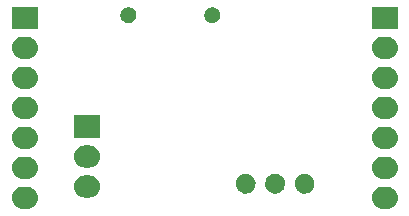
<source format=gbs>
%TF.GenerationSoftware,KiCad,Pcbnew,4.0.5-e0-6337~49~ubuntu16.04.1*%
%TF.CreationDate,2017-08-14T13:55:07-07:00*%
%TF.ProjectId,stns01-battery-mgmt-breakout,73746E7330312D626174746572792D6D,1.0*%
%TF.FileFunction,Soldermask,Bot*%
%FSLAX46Y46*%
G04 Gerber Fmt 4.6, Leading zero omitted, Abs format (unit mm)*
G04 Created by KiCad (PCBNEW 4.0.5-e0-6337~49~ubuntu16.04.1) date Mon Aug 14 13:55:07 2017*
%MOMM*%
%LPD*%
G01*
G04 APERTURE LIST*
%ADD10C,0.350000*%
G04 APERTURE END LIST*
D10*
G36*
X59528549Y-36423677D02*
X59528554Y-36423678D01*
X59530607Y-36423692D01*
X59712880Y-36444137D01*
X59887712Y-36499597D01*
X60048441Y-36587958D01*
X60188946Y-36705856D01*
X60303876Y-36848800D01*
X60388852Y-37011345D01*
X60440639Y-37187299D01*
X60440643Y-37187340D01*
X60440644Y-37187344D01*
X60457263Y-37369958D01*
X60439448Y-37539456D01*
X60438090Y-37552373D01*
X60383852Y-37727587D01*
X60296615Y-37888929D01*
X60179700Y-38030255D01*
X60037562Y-38146179D01*
X59875615Y-38232288D01*
X59700026Y-38285302D01*
X59517485Y-38303200D01*
X59202083Y-38303200D01*
X59191051Y-38303123D01*
X59191046Y-38303122D01*
X59188993Y-38303108D01*
X59006720Y-38282663D01*
X58831888Y-38227203D01*
X58671159Y-38138842D01*
X58530654Y-38020944D01*
X58415724Y-37878000D01*
X58330748Y-37715455D01*
X58278961Y-37539501D01*
X58278957Y-37539460D01*
X58278956Y-37539456D01*
X58262337Y-37356842D01*
X58281505Y-37174474D01*
X58281510Y-37174427D01*
X58335748Y-36999213D01*
X58422985Y-36837871D01*
X58539900Y-36696545D01*
X58682038Y-36580621D01*
X58843985Y-36494512D01*
X59019574Y-36441498D01*
X59202115Y-36423600D01*
X59517517Y-36423600D01*
X59528549Y-36423677D01*
X59528549Y-36423677D01*
G37*
G36*
X29048549Y-36423677D02*
X29048554Y-36423678D01*
X29050607Y-36423692D01*
X29232880Y-36444137D01*
X29407712Y-36499597D01*
X29568441Y-36587958D01*
X29708946Y-36705856D01*
X29823876Y-36848800D01*
X29908852Y-37011345D01*
X29960639Y-37187299D01*
X29960643Y-37187340D01*
X29960644Y-37187344D01*
X29977263Y-37369958D01*
X29959448Y-37539456D01*
X29958090Y-37552373D01*
X29903852Y-37727587D01*
X29816615Y-37888929D01*
X29699700Y-38030255D01*
X29557562Y-38146179D01*
X29395615Y-38232288D01*
X29220026Y-38285302D01*
X29037485Y-38303200D01*
X28722083Y-38303200D01*
X28711051Y-38303123D01*
X28711046Y-38303122D01*
X28708993Y-38303108D01*
X28526720Y-38282663D01*
X28351888Y-38227203D01*
X28191159Y-38138842D01*
X28050654Y-38020944D01*
X27935724Y-37878000D01*
X27850748Y-37715455D01*
X27798961Y-37539501D01*
X27798957Y-37539460D01*
X27798956Y-37539456D01*
X27782337Y-37356842D01*
X27801505Y-37174474D01*
X27801510Y-37174427D01*
X27855748Y-36999213D01*
X27942985Y-36837871D01*
X28059900Y-36696545D01*
X28202038Y-36580621D01*
X28363985Y-36494512D01*
X28539574Y-36441498D01*
X28722115Y-36423600D01*
X29037517Y-36423600D01*
X29048549Y-36423677D01*
X29048549Y-36423677D01*
G37*
G36*
X34303809Y-35473717D02*
X34303814Y-35473718D01*
X34305867Y-35473732D01*
X34488140Y-35494177D01*
X34662972Y-35549637D01*
X34823701Y-35637998D01*
X34964206Y-35755896D01*
X35079136Y-35898840D01*
X35164112Y-36061385D01*
X35215899Y-36237339D01*
X35215903Y-36237380D01*
X35215904Y-36237384D01*
X35232523Y-36419998D01*
X35213355Y-36602366D01*
X35213350Y-36602413D01*
X35159112Y-36777627D01*
X35071875Y-36938969D01*
X34954960Y-37080295D01*
X34812822Y-37196219D01*
X34650875Y-37282328D01*
X34475286Y-37335342D01*
X34292745Y-37353240D01*
X33977343Y-37353240D01*
X33966311Y-37353163D01*
X33966306Y-37353162D01*
X33964253Y-37353148D01*
X33781980Y-37332703D01*
X33607148Y-37277243D01*
X33446419Y-37188882D01*
X33305914Y-37070984D01*
X33190984Y-36928040D01*
X33106008Y-36765495D01*
X33054221Y-36589541D01*
X33054217Y-36589500D01*
X33054216Y-36589496D01*
X33037597Y-36406882D01*
X33056765Y-36224514D01*
X33056770Y-36224467D01*
X33111008Y-36049253D01*
X33198245Y-35887911D01*
X33315160Y-35746585D01*
X33457298Y-35630661D01*
X33619245Y-35544552D01*
X33794834Y-35491538D01*
X33977375Y-35473640D01*
X34292777Y-35473640D01*
X34303809Y-35473717D01*
X34303809Y-35473717D01*
G37*
G36*
X47664783Y-35339577D02*
X47825798Y-35372629D01*
X47977341Y-35436331D01*
X48113613Y-35528249D01*
X48229446Y-35644892D01*
X48320408Y-35781802D01*
X48383050Y-35933783D01*
X48414908Y-36094676D01*
X48414908Y-36094686D01*
X48414976Y-36095030D01*
X48412355Y-36282783D01*
X48412277Y-36283126D01*
X48412277Y-36283129D01*
X48375937Y-36443081D01*
X48309080Y-36593245D01*
X48214324Y-36727567D01*
X48095285Y-36840928D01*
X47956493Y-36929008D01*
X47803239Y-36988451D01*
X47641359Y-37016995D01*
X47477013Y-37013552D01*
X47316468Y-36978255D01*
X47165834Y-36912444D01*
X47030858Y-36818633D01*
X46916670Y-36700388D01*
X46827623Y-36562214D01*
X46767109Y-36409373D01*
X46737437Y-36247701D01*
X46739731Y-36083336D01*
X46773909Y-35922546D01*
X46838663Y-35771460D01*
X46931534Y-35635827D01*
X47048977Y-35520818D01*
X47186526Y-35430808D01*
X47338937Y-35369230D01*
X47500402Y-35338429D01*
X47664783Y-35339577D01*
X47664783Y-35339577D01*
G37*
G36*
X50153983Y-35339577D02*
X50314998Y-35372629D01*
X50466541Y-35436331D01*
X50602813Y-35528249D01*
X50718646Y-35644892D01*
X50809608Y-35781802D01*
X50872250Y-35933783D01*
X50904108Y-36094676D01*
X50904108Y-36094686D01*
X50904176Y-36095030D01*
X50901555Y-36282783D01*
X50901477Y-36283126D01*
X50901477Y-36283129D01*
X50865137Y-36443081D01*
X50798280Y-36593245D01*
X50703524Y-36727567D01*
X50584485Y-36840928D01*
X50445693Y-36929008D01*
X50292439Y-36988451D01*
X50130559Y-37016995D01*
X49966213Y-37013552D01*
X49805668Y-36978255D01*
X49655034Y-36912444D01*
X49520058Y-36818633D01*
X49405870Y-36700388D01*
X49316823Y-36562214D01*
X49256309Y-36409373D01*
X49226637Y-36247701D01*
X49228931Y-36083336D01*
X49263109Y-35922546D01*
X49327863Y-35771460D01*
X49420734Y-35635827D01*
X49538177Y-35520818D01*
X49675726Y-35430808D01*
X49828137Y-35369230D01*
X49989602Y-35338429D01*
X50153983Y-35339577D01*
X50153983Y-35339577D01*
G37*
G36*
X52643183Y-35339577D02*
X52804198Y-35372629D01*
X52955741Y-35436331D01*
X53092013Y-35528249D01*
X53207846Y-35644892D01*
X53298808Y-35781802D01*
X53361450Y-35933783D01*
X53393308Y-36094676D01*
X53393308Y-36094686D01*
X53393376Y-36095030D01*
X53390755Y-36282783D01*
X53390677Y-36283126D01*
X53390677Y-36283129D01*
X53354337Y-36443081D01*
X53287480Y-36593245D01*
X53192724Y-36727567D01*
X53073685Y-36840928D01*
X52934893Y-36929008D01*
X52781639Y-36988451D01*
X52619759Y-37016995D01*
X52455413Y-37013552D01*
X52294868Y-36978255D01*
X52144234Y-36912444D01*
X52009258Y-36818633D01*
X51895070Y-36700388D01*
X51806023Y-36562214D01*
X51745509Y-36409373D01*
X51715837Y-36247701D01*
X51718131Y-36083336D01*
X51752309Y-35922546D01*
X51817063Y-35771460D01*
X51909934Y-35635827D01*
X52027377Y-35520818D01*
X52164926Y-35430808D01*
X52317337Y-35369230D01*
X52478802Y-35338429D01*
X52643183Y-35339577D01*
X52643183Y-35339577D01*
G37*
G36*
X59528549Y-33883677D02*
X59528554Y-33883678D01*
X59530607Y-33883692D01*
X59712880Y-33904137D01*
X59887712Y-33959597D01*
X60048441Y-34047958D01*
X60188946Y-34165856D01*
X60303876Y-34308800D01*
X60388852Y-34471345D01*
X60440639Y-34647299D01*
X60440643Y-34647340D01*
X60440644Y-34647344D01*
X60457263Y-34829958D01*
X60439448Y-34999456D01*
X60438090Y-35012373D01*
X60383852Y-35187587D01*
X60296615Y-35348929D01*
X60179700Y-35490255D01*
X60037562Y-35606179D01*
X59875615Y-35692288D01*
X59700026Y-35745302D01*
X59517485Y-35763200D01*
X59202083Y-35763200D01*
X59191051Y-35763123D01*
X59191046Y-35763122D01*
X59188993Y-35763108D01*
X59006720Y-35742663D01*
X58831888Y-35687203D01*
X58671159Y-35598842D01*
X58530654Y-35480944D01*
X58415724Y-35338000D01*
X58330748Y-35175455D01*
X58278961Y-34999501D01*
X58278957Y-34999460D01*
X58278956Y-34999456D01*
X58262337Y-34816842D01*
X58281505Y-34634474D01*
X58281510Y-34634427D01*
X58335748Y-34459213D01*
X58422985Y-34297871D01*
X58539900Y-34156545D01*
X58682038Y-34040621D01*
X58843985Y-33954512D01*
X59019574Y-33901498D01*
X59202115Y-33883600D01*
X59517517Y-33883600D01*
X59528549Y-33883677D01*
X59528549Y-33883677D01*
G37*
G36*
X29048549Y-33883677D02*
X29048554Y-33883678D01*
X29050607Y-33883692D01*
X29232880Y-33904137D01*
X29407712Y-33959597D01*
X29568441Y-34047958D01*
X29708946Y-34165856D01*
X29823876Y-34308800D01*
X29908852Y-34471345D01*
X29960639Y-34647299D01*
X29960643Y-34647340D01*
X29960644Y-34647344D01*
X29977263Y-34829958D01*
X29959448Y-34999456D01*
X29958090Y-35012373D01*
X29903852Y-35187587D01*
X29816615Y-35348929D01*
X29699700Y-35490255D01*
X29557562Y-35606179D01*
X29395615Y-35692288D01*
X29220026Y-35745302D01*
X29037485Y-35763200D01*
X28722083Y-35763200D01*
X28711051Y-35763123D01*
X28711046Y-35763122D01*
X28708993Y-35763108D01*
X28526720Y-35742663D01*
X28351888Y-35687203D01*
X28191159Y-35598842D01*
X28050654Y-35480944D01*
X27935724Y-35338000D01*
X27850748Y-35175455D01*
X27798961Y-34999501D01*
X27798957Y-34999460D01*
X27798956Y-34999456D01*
X27782337Y-34816842D01*
X27801505Y-34634474D01*
X27801510Y-34634427D01*
X27855748Y-34459213D01*
X27942985Y-34297871D01*
X28059900Y-34156545D01*
X28202038Y-34040621D01*
X28363985Y-33954512D01*
X28539574Y-33901498D01*
X28722115Y-33883600D01*
X29037517Y-33883600D01*
X29048549Y-33883677D01*
X29048549Y-33883677D01*
G37*
G36*
X34303809Y-32933717D02*
X34303814Y-32933718D01*
X34305867Y-32933732D01*
X34488140Y-32954177D01*
X34662972Y-33009637D01*
X34823701Y-33097998D01*
X34964206Y-33215896D01*
X35079136Y-33358840D01*
X35164112Y-33521385D01*
X35215899Y-33697339D01*
X35215903Y-33697380D01*
X35215904Y-33697384D01*
X35232523Y-33879998D01*
X35215619Y-34040824D01*
X35213350Y-34062413D01*
X35159112Y-34237627D01*
X35071875Y-34398969D01*
X34954960Y-34540295D01*
X34812822Y-34656219D01*
X34650875Y-34742328D01*
X34475286Y-34795342D01*
X34292745Y-34813240D01*
X33977343Y-34813240D01*
X33966311Y-34813163D01*
X33966306Y-34813162D01*
X33964253Y-34813148D01*
X33781980Y-34792703D01*
X33607148Y-34737243D01*
X33446419Y-34648882D01*
X33305914Y-34530984D01*
X33190984Y-34388040D01*
X33106008Y-34225495D01*
X33054221Y-34049541D01*
X33054217Y-34049500D01*
X33054216Y-34049496D01*
X33037597Y-33866882D01*
X33056765Y-33684514D01*
X33056770Y-33684467D01*
X33111008Y-33509253D01*
X33198245Y-33347911D01*
X33315160Y-33206585D01*
X33457298Y-33090661D01*
X33619245Y-33004552D01*
X33794834Y-32951538D01*
X33977375Y-32933640D01*
X34292777Y-32933640D01*
X34303809Y-32933717D01*
X34303809Y-32933717D01*
G37*
G36*
X59528549Y-31343677D02*
X59528554Y-31343678D01*
X59530607Y-31343692D01*
X59712880Y-31364137D01*
X59887712Y-31419597D01*
X60048441Y-31507958D01*
X60188946Y-31625856D01*
X60303876Y-31768800D01*
X60388852Y-31931345D01*
X60440639Y-32107299D01*
X60440643Y-32107340D01*
X60440644Y-32107344D01*
X60457263Y-32289958D01*
X60439448Y-32459456D01*
X60438090Y-32472373D01*
X60383852Y-32647587D01*
X60296615Y-32808929D01*
X60179700Y-32950255D01*
X60037562Y-33066179D01*
X59875615Y-33152288D01*
X59700026Y-33205302D01*
X59517485Y-33223200D01*
X59202083Y-33223200D01*
X59191051Y-33223123D01*
X59191046Y-33223122D01*
X59188993Y-33223108D01*
X59006720Y-33202663D01*
X58831888Y-33147203D01*
X58671159Y-33058842D01*
X58530654Y-32940944D01*
X58415724Y-32798000D01*
X58330748Y-32635455D01*
X58278961Y-32459501D01*
X58278957Y-32459460D01*
X58278956Y-32459456D01*
X58262337Y-32276842D01*
X58281505Y-32094474D01*
X58281510Y-32094427D01*
X58335748Y-31919213D01*
X58422985Y-31757871D01*
X58539900Y-31616545D01*
X58682038Y-31500621D01*
X58843985Y-31414512D01*
X59019574Y-31361498D01*
X59202115Y-31343600D01*
X59517517Y-31343600D01*
X59528549Y-31343677D01*
X59528549Y-31343677D01*
G37*
G36*
X29048549Y-31343677D02*
X29048554Y-31343678D01*
X29050607Y-31343692D01*
X29232880Y-31364137D01*
X29407712Y-31419597D01*
X29568441Y-31507958D01*
X29708946Y-31625856D01*
X29823876Y-31768800D01*
X29908852Y-31931345D01*
X29960639Y-32107299D01*
X29960643Y-32107340D01*
X29960644Y-32107344D01*
X29977263Y-32289958D01*
X29959448Y-32459456D01*
X29958090Y-32472373D01*
X29903852Y-32647587D01*
X29816615Y-32808929D01*
X29699700Y-32950255D01*
X29557562Y-33066179D01*
X29395615Y-33152288D01*
X29220026Y-33205302D01*
X29037485Y-33223200D01*
X28722083Y-33223200D01*
X28711051Y-33223123D01*
X28711046Y-33223122D01*
X28708993Y-33223108D01*
X28526720Y-33202663D01*
X28351888Y-33147203D01*
X28191159Y-33058842D01*
X28050654Y-32940944D01*
X27935724Y-32798000D01*
X27850748Y-32635455D01*
X27798961Y-32459501D01*
X27798957Y-32459460D01*
X27798956Y-32459456D01*
X27782337Y-32276842D01*
X27801505Y-32094474D01*
X27801510Y-32094427D01*
X27855748Y-31919213D01*
X27942985Y-31757871D01*
X28059900Y-31616545D01*
X28202038Y-31500621D01*
X28363985Y-31414512D01*
X28539574Y-31361498D01*
X28722115Y-31343600D01*
X29037517Y-31343600D01*
X29048549Y-31343677D01*
X29048549Y-31343677D01*
G37*
G36*
X35227260Y-32273240D02*
X33042860Y-32273240D01*
X33042860Y-30393640D01*
X35227260Y-30393640D01*
X35227260Y-32273240D01*
X35227260Y-32273240D01*
G37*
G36*
X59528549Y-28803677D02*
X59528554Y-28803678D01*
X59530607Y-28803692D01*
X59712880Y-28824137D01*
X59887712Y-28879597D01*
X60048441Y-28967958D01*
X60188946Y-29085856D01*
X60303876Y-29228800D01*
X60388852Y-29391345D01*
X60440639Y-29567299D01*
X60440643Y-29567340D01*
X60440644Y-29567344D01*
X60457263Y-29749958D01*
X60439448Y-29919456D01*
X60438090Y-29932373D01*
X60383852Y-30107587D01*
X60296615Y-30268929D01*
X60179700Y-30410255D01*
X60037562Y-30526179D01*
X59875615Y-30612288D01*
X59700026Y-30665302D01*
X59517485Y-30683200D01*
X59202083Y-30683200D01*
X59191051Y-30683123D01*
X59191046Y-30683122D01*
X59188993Y-30683108D01*
X59006720Y-30662663D01*
X58831888Y-30607203D01*
X58671159Y-30518842D01*
X58530654Y-30400944D01*
X58415724Y-30258000D01*
X58330748Y-30095455D01*
X58278961Y-29919501D01*
X58278957Y-29919460D01*
X58278956Y-29919456D01*
X58262337Y-29736842D01*
X58281505Y-29554474D01*
X58281510Y-29554427D01*
X58335748Y-29379213D01*
X58422985Y-29217871D01*
X58539900Y-29076545D01*
X58682038Y-28960621D01*
X58843985Y-28874512D01*
X59019574Y-28821498D01*
X59202115Y-28803600D01*
X59517517Y-28803600D01*
X59528549Y-28803677D01*
X59528549Y-28803677D01*
G37*
G36*
X29048549Y-28803677D02*
X29048554Y-28803678D01*
X29050607Y-28803692D01*
X29232880Y-28824137D01*
X29407712Y-28879597D01*
X29568441Y-28967958D01*
X29708946Y-29085856D01*
X29823876Y-29228800D01*
X29908852Y-29391345D01*
X29960639Y-29567299D01*
X29960643Y-29567340D01*
X29960644Y-29567344D01*
X29977263Y-29749958D01*
X29959448Y-29919456D01*
X29958090Y-29932373D01*
X29903852Y-30107587D01*
X29816615Y-30268929D01*
X29699700Y-30410255D01*
X29557562Y-30526179D01*
X29395615Y-30612288D01*
X29220026Y-30665302D01*
X29037485Y-30683200D01*
X28722083Y-30683200D01*
X28711051Y-30683123D01*
X28711046Y-30683122D01*
X28708993Y-30683108D01*
X28526720Y-30662663D01*
X28351888Y-30607203D01*
X28191159Y-30518842D01*
X28050654Y-30400944D01*
X27935724Y-30258000D01*
X27850748Y-30095455D01*
X27798961Y-29919501D01*
X27798957Y-29919460D01*
X27798956Y-29919456D01*
X27782337Y-29736842D01*
X27801505Y-29554474D01*
X27801510Y-29554427D01*
X27855748Y-29379213D01*
X27942985Y-29217871D01*
X28059900Y-29076545D01*
X28202038Y-28960621D01*
X28363985Y-28874512D01*
X28539574Y-28821498D01*
X28722115Y-28803600D01*
X29037517Y-28803600D01*
X29048549Y-28803677D01*
X29048549Y-28803677D01*
G37*
G36*
X59528549Y-26263677D02*
X59528554Y-26263678D01*
X59530607Y-26263692D01*
X59712880Y-26284137D01*
X59887712Y-26339597D01*
X60048441Y-26427958D01*
X60188946Y-26545856D01*
X60303876Y-26688800D01*
X60388852Y-26851345D01*
X60440639Y-27027299D01*
X60440643Y-27027340D01*
X60440644Y-27027344D01*
X60457263Y-27209958D01*
X60439448Y-27379456D01*
X60438090Y-27392373D01*
X60383852Y-27567587D01*
X60296615Y-27728929D01*
X60179700Y-27870255D01*
X60037562Y-27986179D01*
X59875615Y-28072288D01*
X59700026Y-28125302D01*
X59517485Y-28143200D01*
X59202083Y-28143200D01*
X59191051Y-28143123D01*
X59191046Y-28143122D01*
X59188993Y-28143108D01*
X59006720Y-28122663D01*
X58831888Y-28067203D01*
X58671159Y-27978842D01*
X58530654Y-27860944D01*
X58415724Y-27718000D01*
X58330748Y-27555455D01*
X58278961Y-27379501D01*
X58278957Y-27379460D01*
X58278956Y-27379456D01*
X58262337Y-27196842D01*
X58281505Y-27014474D01*
X58281510Y-27014427D01*
X58335748Y-26839213D01*
X58422985Y-26677871D01*
X58539900Y-26536545D01*
X58682038Y-26420621D01*
X58843985Y-26334512D01*
X59019574Y-26281498D01*
X59202115Y-26263600D01*
X59517517Y-26263600D01*
X59528549Y-26263677D01*
X59528549Y-26263677D01*
G37*
G36*
X29048549Y-26263677D02*
X29048554Y-26263678D01*
X29050607Y-26263692D01*
X29232880Y-26284137D01*
X29407712Y-26339597D01*
X29568441Y-26427958D01*
X29708946Y-26545856D01*
X29823876Y-26688800D01*
X29908852Y-26851345D01*
X29960639Y-27027299D01*
X29960643Y-27027340D01*
X29960644Y-27027344D01*
X29977263Y-27209958D01*
X29959448Y-27379456D01*
X29958090Y-27392373D01*
X29903852Y-27567587D01*
X29816615Y-27728929D01*
X29699700Y-27870255D01*
X29557562Y-27986179D01*
X29395615Y-28072288D01*
X29220026Y-28125302D01*
X29037485Y-28143200D01*
X28722083Y-28143200D01*
X28711051Y-28143123D01*
X28711046Y-28143122D01*
X28708993Y-28143108D01*
X28526720Y-28122663D01*
X28351888Y-28067203D01*
X28191159Y-27978842D01*
X28050654Y-27860944D01*
X27935724Y-27718000D01*
X27850748Y-27555455D01*
X27798961Y-27379501D01*
X27798957Y-27379460D01*
X27798956Y-27379456D01*
X27782337Y-27196842D01*
X27801505Y-27014474D01*
X27801510Y-27014427D01*
X27855748Y-26839213D01*
X27942985Y-26677871D01*
X28059900Y-26536545D01*
X28202038Y-26420621D01*
X28363985Y-26334512D01*
X28539574Y-26281498D01*
X28722115Y-26263600D01*
X29037517Y-26263600D01*
X29048549Y-26263677D01*
X29048549Y-26263677D01*
G37*
G36*
X29048549Y-23723677D02*
X29048554Y-23723678D01*
X29050607Y-23723692D01*
X29232880Y-23744137D01*
X29407712Y-23799597D01*
X29568441Y-23887958D01*
X29708946Y-24005856D01*
X29823876Y-24148800D01*
X29908852Y-24311345D01*
X29960639Y-24487299D01*
X29960643Y-24487340D01*
X29960644Y-24487344D01*
X29977263Y-24669958D01*
X29959448Y-24839456D01*
X29958090Y-24852373D01*
X29903852Y-25027587D01*
X29816615Y-25188929D01*
X29699700Y-25330255D01*
X29557562Y-25446179D01*
X29395615Y-25532288D01*
X29220026Y-25585302D01*
X29037485Y-25603200D01*
X28722083Y-25603200D01*
X28711051Y-25603123D01*
X28711046Y-25603122D01*
X28708993Y-25603108D01*
X28526720Y-25582663D01*
X28351888Y-25527203D01*
X28191159Y-25438842D01*
X28050654Y-25320944D01*
X27935724Y-25178000D01*
X27850748Y-25015455D01*
X27798961Y-24839501D01*
X27798957Y-24839460D01*
X27798956Y-24839456D01*
X27782337Y-24656842D01*
X27801505Y-24474474D01*
X27801510Y-24474427D01*
X27855748Y-24299213D01*
X27942985Y-24137871D01*
X28059900Y-23996545D01*
X28202038Y-23880621D01*
X28363985Y-23794512D01*
X28539574Y-23741498D01*
X28722115Y-23723600D01*
X29037517Y-23723600D01*
X29048549Y-23723677D01*
X29048549Y-23723677D01*
G37*
G36*
X59528549Y-23723677D02*
X59528554Y-23723678D01*
X59530607Y-23723692D01*
X59712880Y-23744137D01*
X59887712Y-23799597D01*
X60048441Y-23887958D01*
X60188946Y-24005856D01*
X60303876Y-24148800D01*
X60388852Y-24311345D01*
X60440639Y-24487299D01*
X60440643Y-24487340D01*
X60440644Y-24487344D01*
X60457263Y-24669958D01*
X60439448Y-24839456D01*
X60438090Y-24852373D01*
X60383852Y-25027587D01*
X60296615Y-25188929D01*
X60179700Y-25330255D01*
X60037562Y-25446179D01*
X59875615Y-25532288D01*
X59700026Y-25585302D01*
X59517485Y-25603200D01*
X59202083Y-25603200D01*
X59191051Y-25603123D01*
X59191046Y-25603122D01*
X59188993Y-25603108D01*
X59006720Y-25582663D01*
X58831888Y-25527203D01*
X58671159Y-25438842D01*
X58530654Y-25320944D01*
X58415724Y-25178000D01*
X58330748Y-25015455D01*
X58278961Y-24839501D01*
X58278957Y-24839460D01*
X58278956Y-24839456D01*
X58262337Y-24656842D01*
X58281505Y-24474474D01*
X58281510Y-24474427D01*
X58335748Y-24299213D01*
X58422985Y-24137871D01*
X58539900Y-23996545D01*
X58682038Y-23880621D01*
X58843985Y-23794512D01*
X59019574Y-23741498D01*
X59202115Y-23723600D01*
X59517517Y-23723600D01*
X59528549Y-23723677D01*
X59528549Y-23723677D01*
G37*
G36*
X29972000Y-23063200D02*
X27787600Y-23063200D01*
X27787600Y-21183600D01*
X29972000Y-21183600D01*
X29972000Y-23063200D01*
X29972000Y-23063200D01*
G37*
G36*
X60452000Y-23063200D02*
X58267600Y-23063200D01*
X58267600Y-21183600D01*
X60452000Y-21183600D01*
X60452000Y-23063200D01*
X60452000Y-23063200D01*
G37*
G36*
X44825328Y-21242148D02*
X44955222Y-21268812D01*
X45077477Y-21320203D01*
X45187415Y-21394357D01*
X45280852Y-21488449D01*
X45354241Y-21598908D01*
X45404775Y-21721512D01*
X45430462Y-21851241D01*
X45430462Y-21851256D01*
X45430529Y-21851595D01*
X45428414Y-22003060D01*
X45428338Y-22003394D01*
X45428338Y-22003407D01*
X45399036Y-22132378D01*
X45345101Y-22253519D01*
X45268659Y-22361882D01*
X45172626Y-22453333D01*
X45060660Y-22524389D01*
X44937022Y-22572345D01*
X44806431Y-22595372D01*
X44673847Y-22592594D01*
X44544331Y-22564119D01*
X44422810Y-22511027D01*
X44313921Y-22435347D01*
X44221802Y-22339956D01*
X44149965Y-22228486D01*
X44101146Y-22105184D01*
X44077209Y-21974759D01*
X44079060Y-21842161D01*
X44106632Y-21712446D01*
X44158871Y-21590561D01*
X44233793Y-21481142D01*
X44328541Y-21388358D01*
X44439499Y-21315748D01*
X44562457Y-21266070D01*
X44692715Y-21241223D01*
X44825328Y-21242148D01*
X44825328Y-21242148D01*
G37*
G36*
X37725328Y-21242148D02*
X37855222Y-21268812D01*
X37977477Y-21320203D01*
X38087415Y-21394357D01*
X38180852Y-21488449D01*
X38254241Y-21598908D01*
X38304775Y-21721512D01*
X38330462Y-21851241D01*
X38330462Y-21851256D01*
X38330529Y-21851595D01*
X38328414Y-22003060D01*
X38328338Y-22003394D01*
X38328338Y-22003407D01*
X38299036Y-22132378D01*
X38245101Y-22253519D01*
X38168659Y-22361882D01*
X38072626Y-22453333D01*
X37960660Y-22524389D01*
X37837022Y-22572345D01*
X37706431Y-22595372D01*
X37573847Y-22592594D01*
X37444331Y-22564119D01*
X37322810Y-22511027D01*
X37213921Y-22435347D01*
X37121802Y-22339956D01*
X37049965Y-22228486D01*
X37001146Y-22105184D01*
X36977209Y-21974759D01*
X36979060Y-21842161D01*
X37006632Y-21712446D01*
X37058871Y-21590561D01*
X37133793Y-21481142D01*
X37228541Y-21388358D01*
X37339499Y-21315748D01*
X37462457Y-21266070D01*
X37592715Y-21241223D01*
X37725328Y-21242148D01*
X37725328Y-21242148D01*
G37*
M02*

</source>
